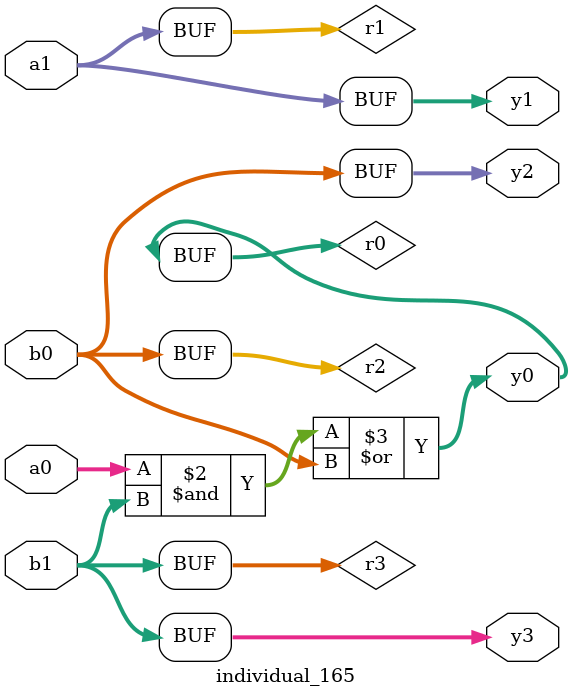
<source format=sv>
module individual_165(input logic [15:0] a1, input logic [15:0] a0, input logic [15:0] b1, input logic [15:0] b0, output logic [15:0] y3, output logic [15:0] y2, output logic [15:0] y1, output logic [15:0] y0);
logic [15:0] r0, r1, r2, r3; 
 always@(*) begin 
	 r0 = a0; r1 = a1; r2 = b0; r3 = b1; 
 	 r0  &=  b1 ;
 	 r0  |=  b0 ;
 	 y3 = r3; y2 = r2; y1 = r1; y0 = r0; 
end
endmodule
</source>
